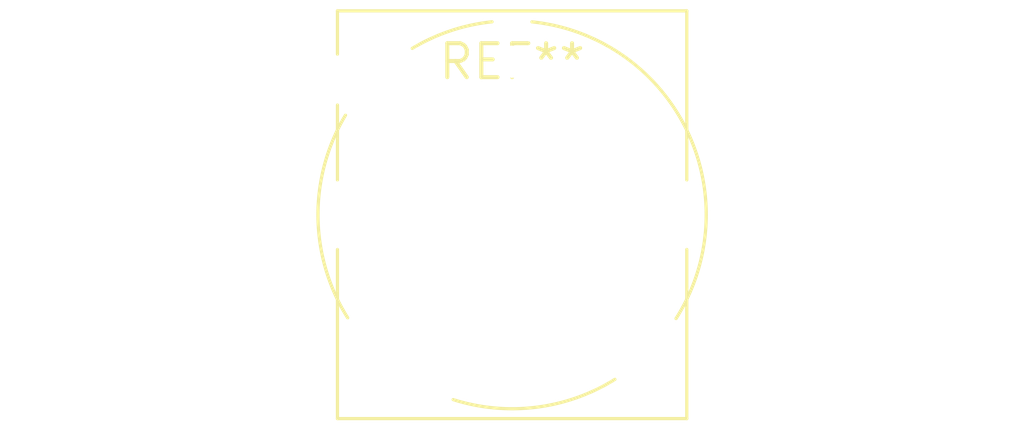
<source format=kicad_pcb>
(kicad_pcb (version 20240108) (generator pcbnew)
  (layers (0 "F.Cu" signal) (31 "B.Cu" signal) (34 "B.Paste" user) (35 "F.Paste" user) (36 "B.SilkS" user "B.Silkscreen") (37 "F.SilkS" user "F.Silkscreen") (38 "B.Mask" user) (39 "F.Mask" user) (44 "Edge.Cuts" user))
  (net 0 "")
  (footprint "Jack_6.35mm_Neutrik_NJ6TB-V_Vertical" (layer "F.Cu") (at 0 0)
    (property "Reference" "REF**")
    (property "Value" "Jack_6.35mm_Neutrik_NJ6TB-V_Vertical")
    (fp_line (start -6.52 -1.9) (end -6.52 -0.28) (layer "F.SilkS") (stroke (width 0.12)))
    (fp_line (start -6.52 -1.9) (end 6.52 -1.9) (layer "F.SilkS") (stroke (width 0.12)))
    (fp_line (start -6.52 1.62) (end -6.52 4.42) (layer "F.SilkS") (stroke (width 0.12)))
    (fp_line (start -6.52 7.02) (end -6.52 13.34) (layer "F.SilkS") (stroke (width 0.12)))
    (fp_line (start -6.52 13.34) (end 6.52 13.34) (layer "F.SilkS") (stroke (width 0.12)))
    (fp_line (start 6.52 -1.9) (end 6.52 4.42) (layer "F.SilkS") (stroke (width 0.12)))
    (fp_line (start 6.52 7.02) (end 6.52 13.34) (layer "F.SilkS") (stroke (width 0.12)))
    (fp_arc (start -6.138365 9.573216) (mid -7.247116 5.79812) (end -6.22 2) (layer "F.SilkS") (stroke (width 0.12)))
    (fp_arc (start -3.726809 -0.497515) (mid -2.292752 -1.156764) (end -0.75 -1.49) (layer "F.SilkS") (stroke (width 0.12)))
    (fp_arc (start 0.741615 -1.488246) (mid 6.519796 2.557554) (end 6.12 9.6) (layer "F.SilkS") (stroke (width 0.12)))
    (fp_arc (start 3.836366 11.873893) (mid 0.901303 12.915537) (end -2.2 12.63) (layer "F.SilkS") (stroke (width 0.12)))
    (pad "" np_thru_hole circle (at -3.18 12.07 180) (size 1.6 1.6) (drill 1.6) (layers *.Cu *.Mask))
    (pad "" np_thru_hole circle (at 3.81 1.91 180) (size 2.1 2.1) (drill 2.1) (layers *.Cu *.Mask))
    (pad "R" thru_hole circle (at 5.08 5.72 180) (size 3.4 3.4) (drill 1.6) (layers *.Cu *.Mask) (remove_unused_layers))
    (pad "RN" thru_hole circle (at 4.45 10.17 180) (size 3 3) (drill 1.2) (layers *.Cu *.Mask) (remove_unused_layers))
    (pad "S" thru_hole circle (at -5.08 5.72 180) (size 3.4 3.4) (drill 1.6) (layers *.Cu *.Mask) (remove_unused_layers))
    (pad "SN" thru_hole circle (at -4.45 10.17 180) (size 3 3) (drill 1.2) (layers *.Cu *.Mask) (remove_unused_layers))
    (pad "T" thru_hole circle (at 0 0 180) (size 3 3) (drill 1.2) (layers *.Cu *.Mask) (remove_unused_layers))
    (pad "TN" thru_hole circle (at -5.08 0.64 180) (size 3 3) (drill 1.2) (layers *.Cu *.Mask) (remove_unused_layers))
  )
)
</source>
